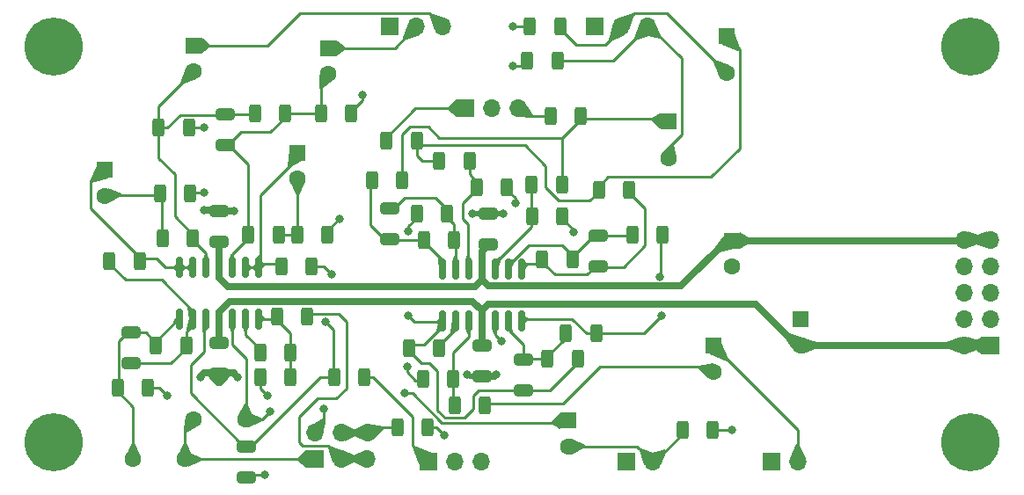
<source format=gtl>
G04 #@! TF.GenerationSoftware,KiCad,Pcbnew,8.0.4*
G04 #@! TF.CreationDate,2024-08-16T09:26:53+02:00*
G04 #@! TF.ProjectId,Purrtico_TLA,50757272-7469-4636-9f5f-544c412e6b69,01*
G04 #@! TF.SameCoordinates,Original*
G04 #@! TF.FileFunction,Copper,L1,Top*
G04 #@! TF.FilePolarity,Positive*
%FSLAX46Y46*%
G04 Gerber Fmt 4.6, Leading zero omitted, Abs format (unit mm)*
G04 Created by KiCad (PCBNEW 8.0.4) date 2024-08-16 09:26:53*
%MOMM*%
%LPD*%
G01*
G04 APERTURE LIST*
G04 Aperture macros list*
%AMRoundRect*
0 Rectangle with rounded corners*
0 $1 Rounding radius*
0 $2 $3 $4 $5 $6 $7 $8 $9 X,Y pos of 4 corners*
0 Add a 4 corners polygon primitive as box body*
4,1,4,$2,$3,$4,$5,$6,$7,$8,$9,$2,$3,0*
0 Add four circle primitives for the rounded corners*
1,1,$1+$1,$2,$3*
1,1,$1+$1,$4,$5*
1,1,$1+$1,$6,$7*
1,1,$1+$1,$8,$9*
0 Add four rect primitives between the rounded corners*
20,1,$1+$1,$2,$3,$4,$5,0*
20,1,$1+$1,$4,$5,$6,$7,0*
20,1,$1+$1,$6,$7,$8,$9,0*
20,1,$1+$1,$8,$9,$2,$3,0*%
G04 Aperture macros list end*
G04 #@! TA.AperFunction,ComponentPad*
%ADD10R,1.700000X1.700000*%
G04 #@! TD*
G04 #@! TA.AperFunction,ComponentPad*
%ADD11O,1.700000X1.700000*%
G04 #@! TD*
G04 #@! TA.AperFunction,SMDPad,CuDef*
%ADD12RoundRect,0.250000X-0.650000X0.325000X-0.650000X-0.325000X0.650000X-0.325000X0.650000X0.325000X0*%
G04 #@! TD*
G04 #@! TA.AperFunction,SMDPad,CuDef*
%ADD13RoundRect,0.250000X0.312500X0.625000X-0.312500X0.625000X-0.312500X-0.625000X0.312500X-0.625000X0*%
G04 #@! TD*
G04 #@! TA.AperFunction,SMDPad,CuDef*
%ADD14RoundRect,0.250000X-0.312500X-0.625000X0.312500X-0.625000X0.312500X0.625000X-0.312500X0.625000X0*%
G04 #@! TD*
G04 #@! TA.AperFunction,ComponentPad*
%ADD15C,1.600000*%
G04 #@! TD*
G04 #@! TA.AperFunction,ComponentPad*
%ADD16C,5.600000*%
G04 #@! TD*
G04 #@! TA.AperFunction,ComponentPad*
%ADD17R,1.600000X1.600000*%
G04 #@! TD*
G04 #@! TA.AperFunction,SMDPad,CuDef*
%ADD18RoundRect,0.150000X-0.150000X0.825000X-0.150000X-0.825000X0.150000X-0.825000X0.150000X0.825000X0*%
G04 #@! TD*
G04 #@! TA.AperFunction,SMDPad,CuDef*
%ADD19RoundRect,0.250000X0.650000X-0.325000X0.650000X0.325000X-0.650000X0.325000X-0.650000X-0.325000X0*%
G04 #@! TD*
G04 #@! TA.AperFunction,ViaPad*
%ADD20C,0.800000*%
G04 #@! TD*
G04 #@! TA.AperFunction,Conductor*
%ADD21C,0.250000*%
G04 #@! TD*
G04 #@! TA.AperFunction,Conductor*
%ADD22C,0.254000*%
G04 #@! TD*
G04 #@! TA.AperFunction,Conductor*
%ADD23C,0.635000*%
G04 #@! TD*
G04 #@! TA.AperFunction,Conductor*
%ADD24C,0.508000*%
G04 #@! TD*
G04 APERTURE END LIST*
D10*
X100838000Y-78740000D03*
D11*
X103378000Y-78740000D03*
X105918000Y-78740000D03*
D12*
X117188500Y-56945000D03*
X117188500Y-59895000D03*
D13*
X91124500Y-56834000D03*
X88199500Y-56834000D03*
D14*
X114075000Y-66359000D03*
X117000000Y-66359000D03*
D13*
X115222000Y-68772000D03*
X112297000Y-68772000D03*
D14*
X70133000Y-59374000D03*
X73058000Y-59374000D03*
D10*
X89956000Y-78446000D03*
D11*
X92456000Y-78446000D03*
X94956000Y-78446000D03*
X89956000Y-75906000D03*
X92456000Y-75946000D03*
X95036000Y-75906000D03*
D10*
X154940000Y-67502000D03*
D11*
X152400000Y-67502000D03*
X154940000Y-64962000D03*
X152400000Y-64962000D03*
X154940000Y-62422000D03*
X152400000Y-62422000D03*
X154940000Y-59882000D03*
X152400000Y-59882000D03*
X154940000Y-57342000D03*
X152400000Y-57342000D03*
D15*
X78232000Y-74676000D03*
X83232000Y-74676000D03*
D12*
X106012500Y-67551000D03*
X106012500Y-70501000D03*
D13*
X78170500Y-57215000D03*
X75245500Y-57215000D03*
D10*
X133858000Y-78740000D03*
D11*
X136398000Y-78740000D03*
D13*
X101887000Y-67756000D03*
X98962000Y-67756000D03*
D12*
X83312000Y-77265000D03*
X83312000Y-80215000D03*
D16*
X64770000Y-38735000D03*
D12*
X106647500Y-54851000D03*
X106647500Y-57801000D03*
D14*
X110591000Y-36830000D03*
X113516000Y-36830000D03*
D16*
X153035000Y-38735000D03*
D14*
X74875000Y-46532000D03*
X77800000Y-46532000D03*
D13*
X104808000Y-49722000D03*
X101883000Y-49722000D03*
D17*
X136652000Y-65024000D03*
D15*
X136652000Y-67524000D03*
D17*
X78210000Y-38658000D03*
D15*
X78210000Y-41158000D03*
D13*
X108396500Y-52262000D03*
X105471500Y-52262000D03*
X100776500Y-75438000D03*
X97851500Y-75438000D03*
D10*
X104394000Y-44704000D03*
D11*
X106934000Y-44704000D03*
X109474000Y-44704000D03*
D13*
X128208500Y-75692000D03*
X125283500Y-75692000D03*
D12*
X80710500Y-67297000D03*
X80710500Y-70247000D03*
D14*
X84643500Y-68214000D03*
X87568500Y-68214000D03*
X110773000Y-52008000D03*
X113698000Y-52008000D03*
X103363500Y-73294000D03*
X106288500Y-73294000D03*
D12*
X80710500Y-54597000D03*
X80710500Y-57547000D03*
D15*
X72430000Y-78486000D03*
X77430000Y-78486000D03*
D12*
X97122500Y-54343000D03*
X97122500Y-57293000D03*
D10*
X116855000Y-36830000D03*
D11*
X119395000Y-36830000D03*
X121935000Y-36830000D03*
D17*
X130048000Y-57429621D03*
D15*
X130048000Y-59929621D03*
D14*
X74991500Y-52897000D03*
X77916500Y-52897000D03*
X74610500Y-67502000D03*
X77535500Y-67502000D03*
D10*
X97155000Y-36830000D03*
D11*
X99695000Y-36830000D03*
X102235000Y-36830000D03*
D14*
X99724000Y-54803000D03*
X102649000Y-54803000D03*
D13*
X94680500Y-70612000D03*
X91755500Y-70612000D03*
D18*
X109822500Y-60201000D03*
X108552500Y-60201000D03*
X107282500Y-60201000D03*
X106012500Y-60201000D03*
X104742500Y-60201000D03*
X103472500Y-60201000D03*
X102202500Y-60201000D03*
X102202500Y-65151000D03*
X103472500Y-65151000D03*
X104742500Y-65151000D03*
X106012500Y-65151000D03*
X107282500Y-65151000D03*
X108552500Y-65151000D03*
X109822500Y-65151000D03*
D13*
X99728000Y-47817000D03*
X96803000Y-47817000D03*
D10*
X119888000Y-78740000D03*
D11*
X122428000Y-78740000D03*
D16*
X64770000Y-76835000D03*
D17*
X123952000Y-45974000D03*
D15*
X123952000Y-49474000D03*
D13*
X114714000Y-59247000D03*
X111789000Y-59247000D03*
X89600500Y-59882000D03*
X86675500Y-59882000D03*
D18*
X84520500Y-60009000D03*
X83250500Y-60009000D03*
X81980500Y-60009000D03*
X80710500Y-60009000D03*
X79440500Y-60009000D03*
X78170500Y-60009000D03*
X76900500Y-60009000D03*
X76900500Y-64959000D03*
X78170500Y-64959000D03*
X79440500Y-64959000D03*
X80710500Y-64959000D03*
X81980500Y-64959000D03*
X83250500Y-64959000D03*
X84520500Y-64959000D03*
D13*
X123382500Y-56896000D03*
X120457500Y-56896000D03*
X120175000Y-52516000D03*
X117250000Y-52516000D03*
D12*
X81280000Y-45261000D03*
X81280000Y-48211000D03*
X72263000Y-66281000D03*
X72263000Y-69231000D03*
D13*
X113759500Y-55056000D03*
X110834500Y-55056000D03*
X86425500Y-56834000D03*
X83500500Y-56834000D03*
D14*
X84643500Y-70612000D03*
X87568500Y-70612000D03*
D17*
X91196500Y-38912000D03*
D15*
X91196500Y-41412000D03*
D17*
X69723000Y-50611000D03*
D15*
X69723000Y-53111000D03*
D17*
X88265000Y-48960000D03*
D15*
X88265000Y-51460000D03*
D13*
X103345500Y-57342000D03*
X100420500Y-57342000D03*
X89209000Y-64770000D03*
X86284000Y-64770000D03*
X93410500Y-45212000D03*
X90485500Y-45212000D03*
D14*
X100315500Y-70754000D03*
X103240500Y-70754000D03*
D17*
X114300000Y-74763621D03*
D15*
X114300000Y-77263621D03*
D17*
X129518000Y-37767349D03*
D15*
X129518000Y-41267349D03*
D16*
X153035000Y-76835000D03*
D14*
X112583500Y-45466000D03*
X115508500Y-45466000D03*
X95428000Y-51627000D03*
X98353000Y-51627000D03*
X110337000Y-40132000D03*
X113262000Y-40132000D03*
D13*
X73852500Y-71628000D03*
X70927500Y-71628000D03*
D14*
X84135500Y-45212000D03*
X87060500Y-45212000D03*
D17*
X128270000Y-67564000D03*
D15*
X128270000Y-70064000D03*
D19*
X109982000Y-71833000D03*
X109982000Y-68883000D03*
D20*
X98900500Y-56530000D03*
X98922500Y-64658000D03*
X109220000Y-53848000D03*
X108944000Y-36830000D03*
X79230991Y-54464447D03*
X79258500Y-46532000D03*
X102362000Y-76200000D03*
X107409500Y-70296000D03*
X105123500Y-54802000D03*
X92268500Y-55310000D03*
X78916000Y-70550000D03*
X94488000Y-43434000D03*
X108944000Y-40640000D03*
X85090000Y-80010000D03*
X82472000Y-70550000D03*
X104615500Y-70296000D03*
X98806000Y-69596000D03*
X108093500Y-54851000D03*
X79248000Y-52832000D03*
X107917500Y-67121000D03*
X82169000Y-54548000D03*
X114808000Y-56642000D03*
X130048000Y-75692000D03*
X123157500Y-60898000D03*
X123306500Y-64658000D03*
X91567000Y-60644000D03*
X90939500Y-65285500D03*
X85598000Y-73914000D03*
X90805000Y-73660000D03*
X75692000Y-72390000D03*
X85344000Y-72390000D03*
X98552000Y-72136000D03*
D21*
X90170000Y-72644000D02*
X91989100Y-72644000D01*
X88392000Y-76832888D02*
X88392000Y-74422000D01*
X88392000Y-74422000D02*
X90170000Y-72644000D01*
X88775112Y-77216000D02*
X88392000Y-76832888D01*
X91989100Y-72644000D02*
X92964000Y-71669100D01*
X91226000Y-77216000D02*
X88775112Y-77216000D01*
X92964000Y-71669100D02*
X92964000Y-71120000D01*
X92456000Y-78446000D02*
X91226000Y-77216000D01*
X95504000Y-75438000D02*
X97851500Y-75438000D01*
X90805000Y-75057000D02*
X90805000Y-73660000D01*
X89956000Y-75906000D02*
X90805000Y-75057000D01*
D22*
X108644500Y-65243000D02*
X108644500Y-66070000D01*
X112297000Y-68555500D02*
X113858500Y-66994000D01*
X108644500Y-66070000D02*
X109982000Y-67407500D01*
X109982000Y-67407500D02*
X109982000Y-68883000D01*
X109998500Y-68772000D02*
X112297000Y-68772000D01*
X121666000Y-57912000D02*
X119618000Y-59960000D01*
X119618000Y-59960000D02*
X117590500Y-59960000D01*
X121666000Y-54321250D02*
X121666000Y-57912000D01*
X112232000Y-59908000D02*
X113030000Y-60706000D01*
X112232000Y-59690000D02*
X112232000Y-59908000D01*
X116082500Y-60706000D02*
X116828500Y-59960000D01*
X110333500Y-59690000D02*
X109822500Y-60201000D01*
X113030000Y-60706000D02*
X116082500Y-60706000D01*
X111682250Y-59690000D02*
X110333500Y-59690000D01*
X120175000Y-52830250D02*
X121666000Y-54321250D01*
D21*
X113370500Y-53594000D02*
X116336500Y-53594000D01*
X116336500Y-53594000D02*
X117250000Y-52680500D01*
X112108500Y-50230000D02*
X112108500Y-52332000D01*
X130788000Y-39037349D02*
X129518000Y-37767349D01*
X118106500Y-51316000D02*
X128008000Y-51316000D01*
X117250000Y-52172500D02*
X118106500Y-51316000D01*
X130788000Y-48536000D02*
X130788000Y-39037349D01*
X128008000Y-51316000D02*
X130788000Y-48536000D01*
X101633000Y-49722000D02*
X100242500Y-49722000D01*
X110138500Y-48260000D02*
X112108500Y-50230000D01*
X99728000Y-49207500D02*
X99728000Y-47817000D01*
X100171000Y-48260000D02*
X110138500Y-48260000D01*
X112108500Y-52332000D02*
X113370500Y-53594000D01*
X99728000Y-47817000D02*
X100171000Y-48260000D01*
X100242500Y-49722000D02*
X99728000Y-49207500D01*
D22*
X115062000Y-38608000D02*
X117856000Y-38608000D01*
X123810651Y-35560000D02*
X120665000Y-35560000D01*
X120665000Y-35560000D02*
X119395000Y-36830000D01*
X129518000Y-41267349D02*
X123810651Y-35560000D01*
X113516000Y-37062000D02*
X115062000Y-38608000D01*
X117856000Y-38608000D02*
X119395000Y-37069000D01*
X103472500Y-60201000D02*
X103472500Y-57469000D01*
X101574500Y-53340000D02*
X98556500Y-53340000D01*
X98556500Y-53340000D02*
X97553500Y-54343000D01*
X103345500Y-55873000D02*
X102649000Y-55176500D01*
X102649000Y-54414500D02*
X101574500Y-53340000D01*
X103345500Y-57342000D02*
X103345500Y-55873000D01*
X100192500Y-69230000D02*
X98962000Y-67999500D01*
X99542500Y-65278000D02*
X102075500Y-65278000D01*
X102172572Y-65710000D02*
X100430572Y-67452000D01*
X98900500Y-56530000D02*
X98900500Y-56044000D01*
X109933000Y-71882000D02*
X105664000Y-71882000D01*
X101716500Y-73776500D02*
X101716500Y-69992000D01*
X101716500Y-69992000D02*
X100954500Y-69230000D01*
X105664000Y-71882000D02*
X105156000Y-72390000D01*
X100430572Y-67452000D02*
X99077500Y-67452000D01*
X105156000Y-72390000D02*
X105156000Y-73660000D01*
X100954500Y-69230000D02*
X100192500Y-69230000D01*
X98922500Y-64658000D02*
X99542500Y-65278000D01*
X98900500Y-56044000D02*
X99724000Y-55220500D01*
X112509750Y-71882000D02*
X110470500Y-71882000D01*
X115222000Y-69169750D02*
X112509750Y-71882000D01*
X102436000Y-74496000D02*
X101716500Y-73776500D01*
X104320000Y-74496000D02*
X102436000Y-74496000D01*
X105156000Y-73660000D02*
X104320000Y-74496000D01*
X102202500Y-60201000D02*
X102202500Y-59302000D01*
X95279000Y-55934500D02*
X95279000Y-51776000D01*
X100420500Y-57342000D02*
X97171500Y-57342000D01*
X96637500Y-57293000D02*
X95279000Y-55934500D01*
X102202500Y-59302000D02*
X100420500Y-57520000D01*
X102141000Y-67277000D02*
X103472500Y-65945500D01*
D21*
X106430500Y-73152000D02*
X113792000Y-73152000D01*
X113792000Y-73152000D02*
X117348000Y-69596000D01*
X117348000Y-69596000D02*
X127802000Y-69596000D01*
D22*
X136398000Y-75692000D02*
X128524000Y-67818000D01*
X136398000Y-78740000D02*
X136398000Y-75692000D01*
X100838000Y-46482000D02*
X99060000Y-46482000D01*
X113761250Y-47528750D02*
X101884750Y-47528750D01*
X101884750Y-47528750D02*
X100838000Y-46482000D01*
X113698000Y-47592000D02*
X113698000Y-52008000D01*
X115508500Y-45781500D02*
X113698000Y-47592000D01*
X99060000Y-46482000D02*
X98353000Y-47189000D01*
X123698000Y-45720000D02*
X115762500Y-45720000D01*
X98353000Y-47189000D02*
X98353000Y-51627000D01*
X118618000Y-40132000D02*
X122047000Y-36703000D01*
X113262000Y-40132000D02*
X118618000Y-40132000D01*
X125222000Y-47244000D02*
X123952000Y-48514000D01*
X125222000Y-39878000D02*
X125222000Y-47244000D01*
X123952000Y-48514000D02*
X123952000Y-49474000D01*
X122047000Y-36703000D02*
X125222000Y-39878000D01*
D23*
X80710500Y-60009000D02*
X80710500Y-57547000D01*
X106652001Y-61815500D02*
X106012500Y-61175999D01*
X106012500Y-61175999D02*
X105368000Y-61820499D01*
X125188561Y-61815500D02*
X106652001Y-61815500D01*
X129574440Y-57429621D02*
X125188561Y-61815500D01*
X105368000Y-61820499D02*
X81547000Y-61820499D01*
X152400000Y-57342000D02*
X154940000Y-57342000D01*
X106012500Y-60201000D02*
X106012500Y-58436000D01*
X154852379Y-57429621D02*
X130048000Y-57429621D01*
X106012500Y-58436000D02*
X106647500Y-57801000D01*
X106012500Y-60201000D02*
X106012500Y-61175999D01*
X80710500Y-60983999D02*
X80710500Y-60009000D01*
X81547000Y-61820499D02*
X80710500Y-60983999D01*
X106012500Y-65151000D02*
X106012500Y-64176001D01*
X105118999Y-63282500D02*
X81733856Y-63282500D01*
X106012500Y-64176001D02*
X105118999Y-63282500D01*
X132370500Y-63536500D02*
X106652001Y-63536500D01*
X136358000Y-67524000D02*
X132370500Y-63536500D01*
X106652001Y-63536500D02*
X106012500Y-64176001D01*
X80710500Y-64959000D02*
X80710500Y-67297000D01*
X80710500Y-64305856D02*
X80710500Y-64959000D01*
X152400000Y-67502000D02*
X136674000Y-67502000D01*
X152400000Y-67502000D02*
X154940000Y-67502000D01*
X81733856Y-63282500D02*
X80710500Y-64305856D01*
X106012500Y-65151000D02*
X106012500Y-67551000D01*
X107409500Y-70296000D02*
X107204500Y-70501000D01*
D24*
X108093500Y-54851000D02*
X106647500Y-54851000D01*
D22*
X107917500Y-67121000D02*
X107282500Y-66486000D01*
D23*
X80645000Y-71058000D02*
X79756000Y-70169000D01*
X79264250Y-70169000D02*
X80755750Y-70169000D01*
X82169000Y-54548000D02*
X82120000Y-54597000D01*
D21*
X94488000Y-43911250D02*
X93410500Y-44988750D01*
D23*
X80645000Y-71058000D02*
X80772000Y-71058000D01*
D22*
X85090000Y-80010000D02*
X84025000Y-80010000D01*
D24*
X104820500Y-70501000D02*
X106012500Y-70501000D01*
D22*
X102362000Y-76200000D02*
X101600000Y-75438000D01*
X99587000Y-70885000D02*
X100095000Y-70885000D01*
X130048000Y-75692000D02*
X128208500Y-75692000D01*
D23*
X82136250Y-70169000D02*
X81185750Y-70169000D01*
D24*
X105123500Y-54802000D02*
X105377500Y-54802000D01*
D23*
X107204500Y-70501000D02*
X106012500Y-70501000D01*
D22*
X98806000Y-70104000D02*
X99587000Y-70885000D01*
X108944000Y-40640000D02*
X109829000Y-40640000D01*
X92268500Y-55310000D02*
X92266250Y-55310000D01*
D23*
X79219000Y-70247000D02*
X78916000Y-70550000D01*
X80772000Y-71058000D02*
X81661000Y-70169000D01*
D22*
X92266250Y-55310000D02*
X91124500Y-56451750D01*
X114808000Y-56642000D02*
X114808000Y-56373250D01*
X101600000Y-75438000D02*
X100776500Y-75438000D01*
D23*
X82120000Y-54597000D02*
X80710500Y-54597000D01*
D22*
X114808000Y-56373250D02*
X113759500Y-55324750D01*
D21*
X109220000Y-53848000D02*
X109220000Y-53340000D01*
X79258500Y-46532000D02*
X77800000Y-46532000D01*
X109220000Y-53340000D02*
X108396500Y-52516500D01*
D23*
X82472000Y-70550000D02*
X82169000Y-70247000D01*
D22*
X79248000Y-52832000D02*
X77981500Y-52832000D01*
D24*
X104615500Y-70296000D02*
X104820500Y-70501000D01*
X105377500Y-54802000D02*
X105426500Y-54851000D01*
D22*
X98806000Y-69596000D02*
X98806000Y-70104000D01*
D23*
X79230991Y-54464447D02*
X80577947Y-54464447D01*
D24*
X105426500Y-54851000D02*
X106647500Y-54851000D01*
D22*
X108944000Y-36830000D02*
X110591000Y-36830000D01*
X107282500Y-66486000D02*
X107282500Y-65151000D01*
D21*
X94488000Y-43434000D02*
X94488000Y-43911250D01*
D22*
X109829000Y-40640000D02*
X110337000Y-40132000D01*
X114697250Y-64962000D02*
X110011500Y-64962000D01*
X117000000Y-66359000D02*
X116094250Y-66359000D01*
X116094250Y-66359000D02*
X114697250Y-64962000D01*
X110011500Y-64962000D02*
X109822500Y-65151000D01*
X121605500Y-66359000D02*
X117000000Y-66359000D01*
X123190000Y-60865500D02*
X123190000Y-57088500D01*
X123306500Y-64658000D02*
X121605500Y-66359000D01*
X123157500Y-60898000D02*
X123190000Y-60865500D01*
X110759000Y-45466000D02*
X109997000Y-44704000D01*
X112583500Y-45466000D02*
X110759000Y-45466000D01*
X110773000Y-56105000D02*
X110773000Y-55735501D01*
X110773000Y-54802000D02*
X110773000Y-52262000D01*
X107282500Y-59595500D02*
X110773000Y-56105000D01*
X120155000Y-56945000D02*
X117188500Y-56945000D01*
X110519764Y-57850000D02*
X108552500Y-59817264D01*
X114841000Y-58880500D02*
X116711500Y-57010000D01*
X113704500Y-57850000D02*
X110519764Y-57850000D01*
X114714000Y-58859500D02*
X113704500Y-57850000D01*
X96803000Y-47516000D02*
X99615000Y-44704000D01*
X99615000Y-44704000D02*
X104394000Y-44704000D01*
X71036000Y-67140000D02*
X71895000Y-66281000D01*
X71036000Y-72052000D02*
X71036000Y-67140000D01*
X72430000Y-73446000D02*
X71036000Y-72052000D01*
X74610500Y-67244500D02*
X73647000Y-66281000D01*
X72430000Y-78486000D02*
X72430000Y-73446000D01*
X73647000Y-66281000D02*
X72263000Y-66281000D01*
X76773000Y-64959000D02*
X74610500Y-67121500D01*
X78170500Y-64219251D02*
X75165249Y-61214000D01*
X71714250Y-61214000D02*
X70133000Y-59632750D01*
X77535500Y-66233000D02*
X77535500Y-67502000D01*
X78170500Y-65598000D02*
X77535500Y-66233000D01*
X77535500Y-67757000D02*
X76061500Y-69231000D01*
X76061500Y-69231000D02*
X72263000Y-69231000D01*
X75165249Y-61214000D02*
X71714250Y-61214000D01*
X88199500Y-56834000D02*
X86425500Y-56834000D01*
X88265000Y-51460000D02*
X88265000Y-56768500D01*
X120951621Y-77263621D02*
X114300000Y-77263621D01*
X125283500Y-76042250D02*
X122778250Y-78547500D01*
X122428000Y-78740000D02*
X120951621Y-77263621D01*
X97613000Y-38912000D02*
X99695000Y-36830000D01*
X91196500Y-38912000D02*
X97613000Y-38912000D01*
X79248000Y-65151500D02*
X79248000Y-68137000D01*
X90424000Y-70612000D02*
X86833000Y-74203000D01*
X91755500Y-70612000D02*
X90424000Y-70612000D01*
X77978000Y-69407000D02*
X77978000Y-72136000D01*
X77978000Y-72136000D02*
X82996000Y-77154000D01*
X86833000Y-74215134D02*
X83783134Y-77265000D01*
X91567000Y-60644000D02*
X90805000Y-59882000D01*
X91694000Y-66040000D02*
X91694000Y-71058500D01*
X90939500Y-65285500D02*
X91694000Y-66040000D01*
X79248000Y-68137000D02*
X77978000Y-69407000D01*
X79440500Y-64959000D02*
X79248000Y-65151500D01*
X90805000Y-59882000D02*
X89600500Y-59882000D01*
X86833000Y-74203000D02*
X86833000Y-74215134D01*
X68326000Y-54356000D02*
X73058000Y-59088000D01*
X68326000Y-51816000D02*
X68326000Y-54356000D01*
X76900500Y-60009000D02*
X75503000Y-60009000D01*
X78170500Y-60009000D02*
X76900500Y-60009000D01*
X74676000Y-59182000D02*
X73250000Y-59182000D01*
X75503000Y-60009000D02*
X74676000Y-59182000D01*
X69531000Y-50611000D02*
X68326000Y-51816000D01*
X69810000Y-53024000D02*
X74737500Y-53024000D01*
X75184000Y-56772500D02*
X75184000Y-53216500D01*
X85354500Y-38658000D02*
X78210000Y-38658000D01*
X88452500Y-35560000D02*
X85354500Y-38658000D01*
X100965000Y-35560000D02*
X88452500Y-35560000D01*
X102235000Y-36830000D02*
X100965000Y-35560000D01*
X101092000Y-78486000D02*
X101092000Y-77978000D01*
X99314000Y-77216000D02*
X99314000Y-74411018D01*
X100838000Y-78740000D02*
X99314000Y-77216000D01*
X95514982Y-70612000D02*
X94680500Y-70612000D01*
X99314000Y-74411018D02*
X95514982Y-70612000D01*
X83250500Y-66486500D02*
X83250500Y-64959000D01*
X84643500Y-67879500D02*
X83250500Y-66486500D01*
X85598000Y-73914000D02*
X84836000Y-74676000D01*
X81980500Y-67448928D02*
X81980500Y-64959000D01*
X83312000Y-68780428D02*
X81980500Y-67448928D01*
X83312000Y-74596000D02*
X83312000Y-68780428D01*
X84836000Y-74676000D02*
X83232000Y-74676000D01*
X84709000Y-59566500D02*
X84836000Y-59693500D01*
X88265000Y-49468000D02*
X84709000Y-53024000D01*
X84836000Y-59693500D02*
X84520500Y-60009000D01*
X84709000Y-53024000D02*
X84709000Y-59566500D01*
X83250500Y-60009000D02*
X84520500Y-60009000D01*
X86487000Y-59693500D02*
X84836000Y-59693500D01*
X83500500Y-50099500D02*
X81612000Y-48211000D01*
D21*
X85646125Y-46990000D02*
X82804000Y-46990000D01*
X90485500Y-45212000D02*
X87122000Y-45212000D01*
D22*
X90485500Y-42610500D02*
X90485500Y-45212000D01*
D21*
X82804000Y-46990000D02*
X81534000Y-48260000D01*
D22*
X81980500Y-60009000D02*
X81980500Y-58740000D01*
X81980500Y-58740000D02*
X83500500Y-57220000D01*
X91196500Y-41899500D02*
X90485500Y-42610500D01*
D21*
X87060500Y-45575625D02*
X85646125Y-46990000D01*
D22*
X83500500Y-56834000D02*
X83500500Y-50099500D01*
D21*
X76942000Y-45332000D02*
X81209000Y-45332000D01*
D22*
X78170500Y-57405750D02*
X79440500Y-58675750D01*
D21*
X74875000Y-44493000D02*
X74875000Y-46532000D01*
D22*
X74875000Y-46532000D02*
X74875000Y-49475000D01*
X74875000Y-49475000D02*
X76454000Y-51054000D01*
D21*
X74875000Y-46532000D02*
X75742000Y-46532000D01*
D22*
X76454000Y-55118000D02*
X78170500Y-56834500D01*
X76454000Y-51054000D02*
X76454000Y-55118000D01*
D21*
X75742000Y-46532000D02*
X76942000Y-45332000D01*
D22*
X79440500Y-58675750D02*
X79440500Y-60009000D01*
D21*
X78210000Y-41158000D02*
X74875000Y-44493000D01*
X81280000Y-45261000D02*
X84086500Y-45261000D01*
D22*
X104742500Y-66707500D02*
X104742500Y-65151000D01*
X103240500Y-70754000D02*
X103240500Y-68209500D01*
X103240500Y-73232500D02*
X103240500Y-71385000D01*
X103240500Y-68209500D02*
X104742500Y-66707500D01*
X104140000Y-53850250D02*
X104140000Y-55372000D01*
X105693000Y-51939250D02*
X104808000Y-51054250D01*
X104808000Y-51054250D02*
X104808000Y-49722000D01*
X105436750Y-52553500D02*
X104140000Y-53850250D01*
X104648000Y-55880000D02*
X104648000Y-60106500D01*
X104140000Y-55372000D02*
X104648000Y-55880000D01*
X77430000Y-78486000D02*
X77430000Y-75478000D01*
X77430000Y-75478000D02*
X78232000Y-74676000D01*
X92202000Y-64516000D02*
X89463000Y-64516000D01*
X92964000Y-65278000D02*
X92202000Y-64516000D01*
X92964000Y-71120000D02*
X92964000Y-65278000D01*
X114113621Y-74950000D02*
X102128000Y-74950000D01*
X84643500Y-71689500D02*
X85344000Y-72390000D01*
X84643500Y-70612000D02*
X84643500Y-71689500D01*
X73852500Y-71628000D02*
X74930000Y-71628000D01*
X74930000Y-71628000D02*
X75692000Y-72390000D01*
X99314000Y-72136000D02*
X98552000Y-72136000D01*
X102128000Y-74950000D02*
X99314000Y-72136000D01*
X87568500Y-66359500D02*
X86284000Y-65075000D01*
X87568500Y-70612000D02*
X87568500Y-68214000D01*
X87568500Y-68214000D02*
X87568500Y-66359500D01*
X86095000Y-64959000D02*
X84520500Y-64959000D01*
X77430000Y-78486000D02*
X89916000Y-78486000D01*
D21*
X94956000Y-78446000D02*
X92456000Y-78446000D01*
X92456000Y-75946000D02*
X94996000Y-75946000D01*
G04 #@! TA.AperFunction,Conductor*
G36*
X91349251Y-77157968D02*
G01*
X91831027Y-77327102D01*
X92769629Y-77656611D01*
X92776300Y-77662584D01*
X92776792Y-77671526D01*
X92776567Y-77672116D01*
X92458562Y-78442214D01*
X92452237Y-78448553D01*
X92452214Y-78448562D01*
X91682116Y-78766567D01*
X91673161Y-78766558D01*
X91666836Y-78760219D01*
X91666611Y-78759629D01*
X91556755Y-78446707D01*
X91280818Y-77660702D01*
X91167968Y-77339251D01*
X91168460Y-77330309D01*
X91170731Y-77327105D01*
X91337103Y-77160733D01*
X91345375Y-77157307D01*
X91349251Y-77157968D01*
G37*
G04 #@! TD.AperFunction*
G04 #@! TA.AperFunction,Conductor*
G36*
X95049606Y-75058270D02*
G01*
X96566163Y-75311369D01*
X96573758Y-75316110D01*
X96575936Y-75322908D01*
X96575936Y-75558171D01*
X96572532Y-75566422D01*
X95645306Y-76498729D01*
X95637042Y-76502178D01*
X95628761Y-76498774D01*
X95038438Y-75909432D01*
X95035005Y-75901165D01*
X95035983Y-75069795D01*
X95039420Y-75061528D01*
X95047697Y-75058111D01*
X95049606Y-75058270D01*
G37*
G04 #@! TD.AperFunction*
G04 #@! TA.AperFunction,Conductor*
G36*
X90925448Y-74561093D02*
G01*
X90928875Y-74569366D01*
X90928826Y-74570426D01*
X90877321Y-75130481D01*
X90806976Y-75895383D01*
X90802806Y-75903308D01*
X90795339Y-75906012D01*
X89963831Y-75906990D01*
X89955554Y-75903573D01*
X89953006Y-75899763D01*
X89634764Y-75130481D01*
X89634768Y-75121526D01*
X89640041Y-75115699D01*
X90658196Y-74569366D01*
X90677410Y-74559056D01*
X90682942Y-74557666D01*
X90917175Y-74557666D01*
X90925448Y-74561093D01*
G37*
G04 #@! TD.AperFunction*
G04 #@! TA.AperFunction,Conductor*
G36*
X108849480Y-65111941D02*
G01*
X108854024Y-65119657D01*
X108854038Y-65119759D01*
X109001682Y-66242609D01*
X108999363Y-66251258D01*
X108998355Y-66252407D01*
X108831297Y-66419465D01*
X108823024Y-66422892D01*
X108814751Y-66419465D01*
X108814560Y-66419270D01*
X108537972Y-66129476D01*
X108534738Y-66121193D01*
X108551617Y-65160282D01*
X108555188Y-65152072D01*
X108561687Y-65148903D01*
X108840812Y-65109698D01*
X108849480Y-65111941D01*
G37*
G04 #@! TD.AperFunction*
G04 #@! TA.AperFunction,Conductor*
G36*
X110327730Y-59560064D02*
G01*
X110334148Y-59566309D01*
X110335101Y-59570934D01*
X110335101Y-59814649D01*
X110334193Y-59819168D01*
X110126989Y-60313992D01*
X110120633Y-60320300D01*
X110111749Y-60320295D01*
X109832373Y-60205468D01*
X109826024Y-60199153D01*
X109825999Y-60190198D01*
X109826020Y-60190147D01*
X110118072Y-59488962D01*
X110124416Y-59482645D01*
X110133199Y-59482593D01*
X110327730Y-59560064D01*
G37*
G04 #@! TD.AperFunction*
G04 #@! TA.AperFunction,Conductor*
G36*
X130315664Y-37463153D02*
G01*
X130321833Y-37469644D01*
X130321963Y-37470001D01*
X130704450Y-38571876D01*
X130907607Y-39157132D01*
X130907083Y-39166072D01*
X130900391Y-39172022D01*
X130896554Y-39172669D01*
X130665271Y-39172669D01*
X130660892Y-39171818D01*
X130374492Y-39056209D01*
X129174637Y-38571875D01*
X129168249Y-38565602D01*
X129168168Y-38556648D01*
X129168299Y-38556335D01*
X129516034Y-37770788D01*
X129522516Y-37764611D01*
X130306713Y-37462925D01*
X130315664Y-37463153D01*
G37*
G04 #@! TD.AperFunction*
G04 #@! TA.AperFunction,Conductor*
G36*
X120509270Y-35541047D02*
G01*
X120512490Y-35543327D01*
X120681672Y-35712509D01*
X120685099Y-35720782D01*
X120684434Y-35724671D01*
X120184397Y-37143647D01*
X120178415Y-37150311D01*
X120169473Y-37150793D01*
X120168896Y-37150572D01*
X119398785Y-36832562D01*
X119392447Y-36826238D01*
X119074427Y-36056103D01*
X119074436Y-36047148D01*
X119080775Y-36040823D01*
X119081331Y-36040609D01*
X120500329Y-35540565D01*
X120509270Y-35541047D01*
G37*
G04 #@! TD.AperFunction*
G04 #@! TA.AperFunction,Conductor*
G36*
X128483408Y-40048672D02*
G01*
X129812588Y-40524110D01*
X129819223Y-40530123D01*
X129819663Y-40539067D01*
X129819462Y-40539591D01*
X129520562Y-41263561D01*
X129514237Y-41269900D01*
X129514212Y-41269911D01*
X128790242Y-41568811D01*
X128781287Y-41568800D01*
X128774962Y-41562461D01*
X128774761Y-41561937D01*
X128670305Y-41269911D01*
X128299323Y-40232757D01*
X128299763Y-40223813D01*
X128302063Y-40220546D01*
X128471195Y-40051414D01*
X128479467Y-40047988D01*
X128483408Y-40048672D01*
G37*
G04 #@! TD.AperFunction*
G04 #@! TA.AperFunction,Conductor*
G36*
X118622381Y-36509954D02*
G01*
X119391215Y-36827438D01*
X119397552Y-36833761D01*
X119397562Y-36833785D01*
X119716007Y-37604948D01*
X119715998Y-37613903D01*
X119710129Y-37620022D01*
X118433411Y-38214160D01*
X118424465Y-38214543D01*
X118420202Y-38211825D01*
X118251003Y-38042626D01*
X118247576Y-38034353D01*
X118247890Y-38031659D01*
X118606538Y-36518071D01*
X118611779Y-36510813D01*
X118620620Y-36509386D01*
X118622381Y-36509954D01*
G37*
G04 #@! TD.AperFunction*
G04 #@! TA.AperFunction,Conductor*
G36*
X103599937Y-58929427D02*
G01*
X103602483Y-58933247D01*
X103759440Y-59314608D01*
X103759743Y-59322694D01*
X103483622Y-60167953D01*
X103477795Y-60174753D01*
X103468867Y-60175442D01*
X103462067Y-60169615D01*
X103461378Y-60167953D01*
X103185256Y-59322694D01*
X103185558Y-59314610D01*
X103342517Y-58933246D01*
X103348834Y-58926901D01*
X103353336Y-58926000D01*
X103591664Y-58926000D01*
X103599937Y-58929427D01*
G37*
G04 #@! TD.AperFunction*
G04 #@! TA.AperFunction,Conductor*
G36*
X101909862Y-64913924D02*
G01*
X102194365Y-65143625D01*
X102198649Y-65151488D01*
X102196118Y-65160078D01*
X102196093Y-65160109D01*
X101907868Y-65514626D01*
X101899990Y-65518883D01*
X101894563Y-65518155D01*
X101609973Y-65407895D01*
X101603497Y-65401711D01*
X101602500Y-65396985D01*
X101602500Y-65156579D01*
X101605927Y-65148306D01*
X101606835Y-65147488D01*
X101611604Y-65143625D01*
X101895147Y-64913935D01*
X101903733Y-64911391D01*
X101909862Y-64913924D01*
G37*
G04 #@! TD.AperFunction*
G04 #@! TA.AperFunction,Conductor*
G36*
X102019236Y-65108475D02*
G01*
X102192626Y-65147888D01*
X102199934Y-65153063D01*
X102201605Y-65161024D01*
X102058451Y-66120330D01*
X102053840Y-66128007D01*
X102052605Y-66128806D01*
X101788577Y-66276991D01*
X101779686Y-66278052D01*
X101774578Y-66275061D01*
X101606160Y-66106643D01*
X101602733Y-66098370D01*
X101603212Y-66095055D01*
X101881490Y-65153063D01*
X101899390Y-65092467D01*
X101905021Y-65085505D01*
X101913204Y-65084374D01*
X102019236Y-65108475D01*
G37*
G04 #@! TD.AperFunction*
G04 #@! TA.AperFunction,Conductor*
G36*
X102011977Y-58932805D02*
G01*
X102012418Y-58933271D01*
X102271374Y-59222296D01*
X102274342Y-59230744D01*
X102274329Y-59230958D01*
X102203918Y-60191995D01*
X102199896Y-60199996D01*
X102193527Y-60202770D01*
X101914612Y-60233420D01*
X101906014Y-60230917D01*
X101901704Y-60223068D01*
X101901662Y-60222594D01*
X101824932Y-59108982D01*
X101827782Y-59100493D01*
X101828316Y-59099920D01*
X101995432Y-58932804D01*
X102003704Y-58929378D01*
X102011977Y-58932805D01*
G37*
G04 #@! TD.AperFunction*
G04 #@! TA.AperFunction,Conductor*
G36*
X103463222Y-65148771D02*
G01*
X103470884Y-65153405D01*
X103473159Y-65160392D01*
X103468679Y-66121220D01*
X103465293Y-66129397D01*
X103183003Y-66414518D01*
X103174747Y-66417986D01*
X103166457Y-66414600D01*
X102999328Y-66247471D01*
X102995901Y-66239198D01*
X102996039Y-66237404D01*
X103170705Y-65115985D01*
X103175365Y-65108339D01*
X103184029Y-65106221D01*
X103463222Y-65148771D01*
G37*
G04 #@! TD.AperFunction*
G04 #@! TA.AperFunction,Conductor*
G36*
X128265319Y-69268139D02*
G01*
X128269895Y-69275836D01*
X128270016Y-69277496D01*
X128270993Y-70059139D01*
X128267576Y-70067417D01*
X128267559Y-70067434D01*
X127712793Y-70621221D01*
X127704517Y-70624641D01*
X127696247Y-70621207D01*
X127696054Y-70621009D01*
X126842270Y-69724388D01*
X126839043Y-69716320D01*
X126839043Y-69481128D01*
X126842470Y-69472855D01*
X126849065Y-69469550D01*
X128256642Y-69265932D01*
X128265319Y-69268139D01*
G37*
G04 #@! TD.AperFunction*
G04 #@! TA.AperFunction,Conductor*
G36*
X129068092Y-67237124D02*
G01*
X129074417Y-67243463D01*
X129074437Y-67243511D01*
X129722552Y-68832686D01*
X129722503Y-68841640D01*
X129719991Y-68845377D01*
X129551377Y-69013991D01*
X129543104Y-69017418D01*
X129538686Y-69016552D01*
X127949511Y-68368437D01*
X127943144Y-68362139D01*
X127943095Y-68353187D01*
X128267438Y-67567783D01*
X128273759Y-67561448D01*
X129059139Y-67237115D01*
X129068092Y-67237124D01*
G37*
G04 #@! TD.AperFunction*
G04 #@! TA.AperFunction,Conductor*
G36*
X136525903Y-77043427D02*
G01*
X136528183Y-77046647D01*
X137177970Y-78403593D01*
X137178452Y-78412535D01*
X137172470Y-78419199D01*
X137171906Y-78419451D01*
X136402489Y-78739134D01*
X136393534Y-78739143D01*
X136393511Y-78739134D01*
X135624093Y-78419451D01*
X135617768Y-78413112D01*
X135617777Y-78404157D01*
X135618017Y-78403617D01*
X136267817Y-77046646D01*
X136274481Y-77040665D01*
X136278370Y-77040000D01*
X136517630Y-77040000D01*
X136525903Y-77043427D01*
G37*
G04 #@! TD.AperFunction*
G04 #@! TA.AperFunction,Conductor*
G36*
X123158081Y-45180074D02*
G01*
X123944031Y-45965042D01*
X123947463Y-45973313D01*
X123944041Y-45981588D01*
X123943354Y-45982223D01*
X123160274Y-46649871D01*
X123151755Y-46652631D01*
X123144359Y-46649190D01*
X122355376Y-45850417D01*
X122352000Y-45842195D01*
X122352000Y-45600079D01*
X122355427Y-45591806D01*
X122358272Y-45589715D01*
X123144385Y-45177987D01*
X123153303Y-45177185D01*
X123158081Y-45180074D01*
G37*
G04 #@! TD.AperFunction*
G04 #@! TA.AperFunction,Conductor*
G36*
X121161034Y-36509398D02*
G01*
X121931215Y-36827438D01*
X121937552Y-36833761D01*
X121937562Y-36833785D01*
X122255540Y-37603818D01*
X122255531Y-37612773D01*
X122249192Y-37619098D01*
X122248539Y-37619345D01*
X120823627Y-38110508D01*
X120814689Y-38109965D01*
X120811541Y-38107720D01*
X120642352Y-37938531D01*
X120638925Y-37930258D01*
X120639611Y-37926309D01*
X121145560Y-36516261D01*
X121151579Y-36509633D01*
X121160523Y-36509201D01*
X121161034Y-36509398D01*
G37*
G04 #@! TD.AperFunction*
G04 #@! TA.AperFunction,Conductor*
G36*
X124323017Y-47979922D02*
G01*
X124323055Y-47979960D01*
X124491822Y-48148727D01*
X124495033Y-48154763D01*
X124749287Y-49460075D01*
X124747505Y-49468851D01*
X124740040Y-49473796D01*
X124737813Y-49474012D01*
X123956153Y-49474702D01*
X123947877Y-49471282D01*
X123947860Y-49471265D01*
X123394531Y-48916552D01*
X123391114Y-48908274D01*
X123394503Y-48900054D01*
X124306472Y-47979995D01*
X124314730Y-47976533D01*
X124323017Y-47979922D01*
G37*
G04 #@! TD.AperFunction*
G04 #@! TA.AperFunction,Conductor*
G36*
X122718903Y-36509001D02*
G01*
X122725022Y-36514870D01*
X123319160Y-37791588D01*
X123319543Y-37800534D01*
X123316825Y-37804797D01*
X123147626Y-37973996D01*
X123139353Y-37977423D01*
X123136655Y-37977108D01*
X121623073Y-37618462D01*
X121615813Y-37613220D01*
X121614386Y-37604379D01*
X121614953Y-37602621D01*
X121932438Y-36833783D01*
X121938759Y-36827448D01*
X122709950Y-36508992D01*
X122718903Y-36509001D01*
G37*
G04 #@! TD.AperFunction*
G04 #@! TA.AperFunction,Conductor*
G36*
X129257060Y-57001363D02*
G01*
X130044429Y-57426604D01*
X130050080Y-57433551D01*
X130050087Y-57433577D01*
X130282288Y-58217682D01*
X130281352Y-58226587D01*
X130274392Y-58232222D01*
X130273688Y-58232407D01*
X128913132Y-58544802D01*
X128904302Y-58543314D01*
X128902241Y-58541672D01*
X128464834Y-58104265D01*
X128461407Y-58095992D01*
X128463601Y-58089170D01*
X129241995Y-57004834D01*
X129249604Y-57000113D01*
X129257060Y-57001363D01*
G37*
G04 #@! TD.AperFunction*
G04 #@! TA.AperFunction,Conductor*
G36*
X153481182Y-56813924D02*
G01*
X154092069Y-57021801D01*
X154098797Y-57027710D01*
X154100000Y-57032877D01*
X154100000Y-57651122D01*
X154096573Y-57659395D01*
X154092069Y-57662198D01*
X152735651Y-58123768D01*
X152726715Y-58123189D01*
X152721077Y-58117181D01*
X152400864Y-57346488D01*
X152400856Y-57337534D01*
X152400865Y-57337511D01*
X152721078Y-56566816D01*
X152727416Y-56560493D01*
X152735651Y-56560231D01*
X153481182Y-56813924D01*
G37*
G04 #@! TD.AperFunction*
G04 #@! TA.AperFunction,Conductor*
G36*
X154613284Y-56560810D02*
G01*
X154618922Y-56566818D01*
X154939134Y-57337511D01*
X154939143Y-57346466D01*
X154939134Y-57346489D01*
X154618922Y-58117181D01*
X154612583Y-58123506D01*
X154604348Y-58123768D01*
X153247931Y-57662198D01*
X153241203Y-57656289D01*
X153240000Y-57651122D01*
X153240000Y-57032877D01*
X153243427Y-57024604D01*
X153247930Y-57021801D01*
X154604348Y-56560231D01*
X154613284Y-56560810D01*
G37*
G04 #@! TD.AperFunction*
G04 #@! TA.AperFunction,Conductor*
G36*
X152415352Y-57127783D02*
G01*
X152417429Y-57134438D01*
X152417429Y-57734199D01*
X152414002Y-57742472D01*
X152405729Y-57745899D01*
X152404571Y-57745842D01*
X151646390Y-57670432D01*
X151638497Y-57666203D01*
X151635905Y-57657631D01*
X151640134Y-57649738D01*
X151640868Y-57649184D01*
X152399074Y-57124814D01*
X152407828Y-57122928D01*
X152415352Y-57127783D01*
G37*
G04 #@! TD.AperFunction*
G04 #@! TA.AperFunction,Conductor*
G36*
X154612903Y-56561147D02*
G01*
X154619184Y-56567448D01*
X154939134Y-57337511D01*
X154939143Y-57346466D01*
X154939134Y-57346489D01*
X154618696Y-58117724D01*
X154612357Y-58124049D01*
X154604735Y-58124501D01*
X153265973Y-57749514D01*
X153258931Y-57743983D01*
X153257429Y-57738248D01*
X153257429Y-57119974D01*
X153260856Y-57111701D01*
X153264696Y-57109147D01*
X154603949Y-56561109D01*
X154612903Y-56561147D01*
G37*
G04 #@! TD.AperFunction*
G04 #@! TA.AperFunction,Conductor*
G36*
X130855835Y-56634347D02*
G01*
X131642343Y-57108709D01*
X131647657Y-57115916D01*
X131648000Y-57118728D01*
X131648000Y-57740513D01*
X131644573Y-57748786D01*
X131642343Y-57750532D01*
X130855835Y-58224894D01*
X130846980Y-58226232D01*
X130841524Y-58223153D01*
X130364897Y-57747121D01*
X130055287Y-57437898D01*
X130051856Y-57429628D01*
X130055278Y-57421353D01*
X130055288Y-57421343D01*
X130841525Y-56636087D01*
X130849799Y-56632666D01*
X130855835Y-56634347D01*
G37*
G04 #@! TD.AperFunction*
G04 #@! TA.AperFunction,Conductor*
G36*
X135634224Y-66346631D02*
G01*
X136946212Y-66780945D01*
X136952988Y-66786797D01*
X136953641Y-66795728D01*
X136953349Y-66796516D01*
X136653600Y-67522543D01*
X136651048Y-67526361D01*
X136096173Y-68079851D01*
X136087895Y-68083268D01*
X136079627Y-68079831D01*
X136078327Y-68078280D01*
X135690597Y-67524707D01*
X135183995Y-66801416D01*
X135182056Y-66792676D01*
X135185304Y-66786435D01*
X135622275Y-66349464D01*
X135630547Y-66346038D01*
X135634224Y-66346631D01*
G37*
G04 #@! TD.AperFunction*
G04 #@! TA.AperFunction,Conductor*
G36*
X137383084Y-66916582D02*
G01*
X138239387Y-67181947D01*
X138246275Y-67187670D01*
X138247624Y-67193123D01*
X138247624Y-67811151D01*
X138244197Y-67819424D01*
X138239730Y-67822215D01*
X136968539Y-68259528D01*
X136959601Y-68258978D01*
X136953929Y-68252954D01*
X136774928Y-67822215D01*
X136652864Y-67528487D01*
X136652854Y-67519538D01*
X136954058Y-66794734D01*
X136960396Y-66788411D01*
X136968324Y-66788050D01*
X137383084Y-66916582D01*
G37*
G04 #@! TD.AperFunction*
G04 #@! TA.AperFunction,Conductor*
G36*
X152073284Y-66720810D02*
G01*
X152078922Y-66726818D01*
X152399134Y-67497511D01*
X152399143Y-67506466D01*
X152399134Y-67506489D01*
X152078922Y-68277181D01*
X152072583Y-68283506D01*
X152064348Y-68283768D01*
X150707931Y-67822198D01*
X150701203Y-67816289D01*
X150700000Y-67811122D01*
X150700000Y-67192877D01*
X150703427Y-67184604D01*
X150707930Y-67181801D01*
X152064348Y-66720231D01*
X152073284Y-66720810D01*
G37*
G04 #@! TD.AperFunction*
G04 #@! TA.AperFunction,Conductor*
G36*
X153481182Y-66973924D02*
G01*
X154092069Y-67181801D01*
X154098797Y-67187710D01*
X154100000Y-67192877D01*
X154100000Y-67811122D01*
X154096573Y-67819395D01*
X154092069Y-67822198D01*
X152735651Y-68283768D01*
X152726715Y-68283189D01*
X152721077Y-68277181D01*
X152400864Y-67506488D01*
X152400856Y-67497534D01*
X152400865Y-67497511D01*
X152721078Y-66726816D01*
X152727416Y-66720493D01*
X152735651Y-66720231D01*
X153481182Y-66973924D01*
G37*
G04 #@! TD.AperFunction*
G04 #@! TA.AperFunction,Conductor*
G36*
X154096588Y-66658580D02*
G01*
X154932712Y-67493722D01*
X154936144Y-67501993D01*
X154932722Y-67510268D01*
X154932712Y-67510278D01*
X154096588Y-68345419D01*
X154088313Y-68348841D01*
X154082109Y-68347056D01*
X153245489Y-67822938D01*
X153240297Y-67815642D01*
X153240000Y-67813023D01*
X153240000Y-67190976D01*
X153243427Y-67182703D01*
X153245489Y-67181061D01*
X154082110Y-66656942D01*
X154090939Y-66655455D01*
X154096588Y-66658580D01*
G37*
G04 #@! TD.AperFunction*
G04 #@! TA.AperFunction,Conductor*
G36*
X107292933Y-65182384D02*
G01*
X107293622Y-65184046D01*
X107569743Y-66029305D01*
X107569440Y-66037391D01*
X107412483Y-66418753D01*
X107406166Y-66425099D01*
X107401664Y-66426000D01*
X107163336Y-66426000D01*
X107155063Y-66422573D01*
X107152517Y-66418753D01*
X106995559Y-66037391D01*
X106995256Y-66029306D01*
X107271378Y-65184045D01*
X107277205Y-65177246D01*
X107286133Y-65176557D01*
X107292933Y-65182384D01*
G37*
G04 #@! TD.AperFunction*
G04 #@! TA.AperFunction,Conductor*
G36*
X110130455Y-64744327D02*
G01*
X110144115Y-64748568D01*
X110414269Y-64832444D01*
X110421154Y-64838170D01*
X110422500Y-64843618D01*
X110422500Y-65083938D01*
X110419073Y-65092211D01*
X110418811Y-65092465D01*
X110129573Y-65364182D01*
X110121197Y-65367349D01*
X110114662Y-65365103D01*
X109830981Y-65157924D01*
X109826321Y-65150278D01*
X109828433Y-65141576D01*
X109828457Y-65141543D01*
X109870836Y-65083938D01*
X110117563Y-64748567D01*
X110125225Y-64743934D01*
X110130455Y-64744327D01*
G37*
G04 #@! TD.AperFunction*
G04 #@! TA.AperFunction,Conductor*
G36*
X110081598Y-44112944D02*
G01*
X110082987Y-44114623D01*
X110487809Y-44708859D01*
X110915061Y-45336018D01*
X110917092Y-45342605D01*
X110917092Y-45580979D01*
X110913665Y-45589252D01*
X110905392Y-45592679D01*
X110905076Y-45592675D01*
X109485370Y-45554307D01*
X109477192Y-45550658D01*
X109473986Y-45542626D01*
X109473005Y-44708857D01*
X109476420Y-44700584D01*
X110065054Y-44112929D01*
X110073328Y-44109510D01*
X110081598Y-44112944D01*
G37*
G04 #@! TD.AperFunction*
G04 #@! TA.AperFunction,Conductor*
G36*
X107695816Y-59016745D02*
G01*
X107863572Y-59184501D01*
X107866999Y-59192774D01*
X107866606Y-59195780D01*
X107585348Y-60253898D01*
X107579911Y-60261013D01*
X107571645Y-60262344D01*
X107292222Y-60203888D01*
X107284826Y-60198840D01*
X107282993Y-60191120D01*
X107391874Y-59231101D01*
X107396211Y-59223268D01*
X107396578Y-59222987D01*
X107680643Y-59015568D01*
X107689346Y-59013458D01*
X107695816Y-59016745D01*
G37*
G04 #@! TD.AperFunction*
G04 #@! TA.AperFunction,Conductor*
G36*
X108977885Y-59218468D02*
G01*
X108978750Y-59219251D01*
X109149280Y-59389781D01*
X109152707Y-59398054D01*
X109152081Y-59401831D01*
X108856009Y-60269917D01*
X108850095Y-60276641D01*
X108841980Y-60277461D01*
X108562618Y-60204532D01*
X108555478Y-60199126D01*
X108554131Y-60190766D01*
X108756189Y-59245377D01*
X108761269Y-59238005D01*
X108766460Y-59236184D01*
X108969312Y-59215882D01*
X108977885Y-59218468D01*
G37*
G04 #@! TD.AperFunction*
G04 #@! TA.AperFunction,Conductor*
G36*
X103551632Y-43861623D02*
G01*
X104386712Y-44695722D01*
X104390144Y-44703993D01*
X104386722Y-44712268D01*
X104386712Y-44712278D01*
X103551632Y-45546376D01*
X103543357Y-45549798D01*
X103535783Y-45547010D01*
X102698119Y-44834503D01*
X102694038Y-44826533D01*
X102694000Y-44825591D01*
X102694000Y-44582408D01*
X102697427Y-44574135D01*
X102698113Y-44573501D01*
X103535783Y-43860988D01*
X103544306Y-43858239D01*
X103551632Y-43861623D01*
G37*
G04 #@! TD.AperFunction*
G04 #@! TA.AperFunction,Conductor*
G36*
X72557865Y-76889427D02*
G01*
X72560168Y-76892697D01*
X73163854Y-78168756D01*
X73164294Y-78177700D01*
X73158281Y-78184335D01*
X73157768Y-78184563D01*
X72434490Y-78485134D01*
X72425536Y-78485144D01*
X72425510Y-78485134D01*
X71702231Y-78184563D01*
X71695906Y-78178224D01*
X71695917Y-78169269D01*
X71696132Y-78168785D01*
X72299832Y-76892697D01*
X72306467Y-76886684D01*
X72310408Y-76886000D01*
X72549592Y-76886000D01*
X72557865Y-76889427D01*
G37*
G04 #@! TD.AperFunction*
G04 #@! TA.AperFunction,Conductor*
G36*
X76609648Y-64813532D02*
G01*
X76890696Y-64953074D01*
X76896582Y-64959822D01*
X76895972Y-64968756D01*
X76895957Y-64968787D01*
X76607876Y-65544741D01*
X76601110Y-65550607D01*
X76592178Y-65549971D01*
X76589016Y-65547655D01*
X76478175Y-65433438D01*
X76305406Y-65260669D01*
X76301979Y-65252396D01*
X76303997Y-65245826D01*
X76594765Y-64817439D01*
X76602246Y-64812520D01*
X76609648Y-64813532D01*
G37*
G04 #@! TD.AperFunction*
G04 #@! TA.AperFunction,Conductor*
G36*
X77839184Y-63707857D02*
G01*
X78128647Y-63980725D01*
X78132312Y-63988771D01*
X78170795Y-64949440D01*
X78167702Y-64957843D01*
X78161078Y-64961440D01*
X77881782Y-65009250D01*
X77873049Y-65007268D01*
X77868323Y-64999944D01*
X77652496Y-63885771D01*
X77654286Y-63876998D01*
X77655704Y-63875279D01*
X77822886Y-63708097D01*
X77831158Y-63704671D01*
X77839184Y-63707857D01*
G37*
G04 #@! TD.AperFunction*
G04 #@! TA.AperFunction,Conductor*
G36*
X77985984Y-64921206D02*
G01*
X78160848Y-64956219D01*
X78168287Y-64961203D01*
X78170198Y-64968808D01*
X78078136Y-65929023D01*
X78073935Y-65936931D01*
X78073731Y-65937095D01*
X77785849Y-66163985D01*
X77777230Y-66166415D01*
X77770334Y-66163069D01*
X77602761Y-65995496D01*
X77599334Y-65987223D01*
X77599681Y-65984393D01*
X77613485Y-65929023D01*
X77867799Y-64908914D01*
X77873125Y-64901718D01*
X77881448Y-64900275D01*
X77985984Y-64921206D01*
G37*
G04 #@! TD.AperFunction*
G04 #@! TA.AperFunction,Conductor*
G36*
X88992768Y-51761436D02*
G01*
X88999093Y-51767775D01*
X88999082Y-51776730D01*
X88998854Y-51777243D01*
X88395168Y-53053303D01*
X88388533Y-53059316D01*
X88384592Y-53060000D01*
X88145408Y-53060000D01*
X88137135Y-53056573D01*
X88134832Y-53053303D01*
X87531145Y-51777243D01*
X87530705Y-51768299D01*
X87536718Y-51761664D01*
X87537211Y-51761444D01*
X88260512Y-51460864D01*
X88269461Y-51460854D01*
X88992768Y-51761436D01*
G37*
G04 #@! TD.AperFunction*
G04 #@! TA.AperFunction,Conductor*
G36*
X114616730Y-76529538D02*
G01*
X114617230Y-76529760D01*
X115893304Y-77133453D01*
X115899316Y-77140087D01*
X115900000Y-77144028D01*
X115900000Y-77383213D01*
X115896573Y-77391486D01*
X115893303Y-77393789D01*
X114617243Y-77997475D01*
X114608299Y-77997915D01*
X114601664Y-77991902D01*
X114601436Y-77991389D01*
X114352136Y-77391486D01*
X114300864Y-77268108D01*
X114300854Y-77259159D01*
X114601436Y-76535851D01*
X114607775Y-76529527D01*
X114616730Y-76529538D01*
G37*
G04 #@! TD.AperFunction*
G04 #@! TA.AperFunction,Conductor*
G36*
X123605791Y-77545596D02*
G01*
X123608276Y-77547491D01*
X123777490Y-77716705D01*
X123780917Y-77724978D01*
X123779988Y-77729548D01*
X123217823Y-79054613D01*
X123211437Y-79060890D01*
X123202586Y-79060857D01*
X122431785Y-78742562D01*
X122425447Y-78736238D01*
X122107774Y-77966943D01*
X122107783Y-77957989D01*
X122114122Y-77951664D01*
X122115478Y-77951198D01*
X123596905Y-77544481D01*
X123605791Y-77545596D01*
G37*
G04 #@! TD.AperFunction*
G04 #@! TA.AperFunction,Conductor*
G36*
X121322670Y-77450564D02*
G01*
X122741647Y-77950602D01*
X122748311Y-77956584D01*
X122748793Y-77965526D01*
X122748572Y-77966103D01*
X122430562Y-78736214D01*
X122424237Y-78742553D01*
X122424214Y-78742562D01*
X121654103Y-79060572D01*
X121645148Y-79060563D01*
X121638823Y-79054224D01*
X121638602Y-79053647D01*
X121138565Y-77634671D01*
X121139047Y-77625729D01*
X121141324Y-77622512D01*
X121310510Y-77453326D01*
X121318782Y-77449900D01*
X121322670Y-77450564D01*
G37*
G04 #@! TD.AperFunction*
G04 #@! TA.AperFunction,Conductor*
G36*
X98921104Y-36509427D02*
G01*
X99691215Y-36827438D01*
X99697552Y-36833761D01*
X99697562Y-36833785D01*
X100015572Y-37603896D01*
X100015563Y-37612851D01*
X100009224Y-37619176D01*
X100008647Y-37619397D01*
X98589671Y-38119434D01*
X98580729Y-38118952D01*
X98577509Y-38116672D01*
X98408327Y-37947490D01*
X98404900Y-37939217D01*
X98405565Y-37935328D01*
X98516975Y-37619176D01*
X98905603Y-36516350D01*
X98911584Y-36509688D01*
X98920526Y-36509206D01*
X98921104Y-36509427D01*
G37*
G04 #@! TD.AperFunction*
G04 #@! TA.AperFunction,Conductor*
G36*
X92004709Y-38118906D02*
G01*
X92170585Y-38258449D01*
X92792332Y-38781494D01*
X92796457Y-38789441D01*
X92796500Y-38790446D01*
X92796500Y-39033553D01*
X92793073Y-39041826D01*
X92792332Y-39042506D01*
X92004709Y-39705093D01*
X91996172Y-39707797D01*
X91988909Y-39704418D01*
X91203788Y-38920278D01*
X91200356Y-38912007D01*
X91203778Y-38903732D01*
X91203788Y-38903722D01*
X91318212Y-38789441D01*
X91988909Y-38119580D01*
X91997184Y-38116159D01*
X92004709Y-38118906D01*
G37*
G04 #@! TD.AperFunction*
G04 #@! TA.AperFunction,Conductor*
G36*
X79152873Y-64936285D02*
G01*
X79431282Y-64957304D01*
X79439274Y-64961344D01*
X79441955Y-64967130D01*
X79595094Y-65928013D01*
X79593012Y-65936722D01*
X79592878Y-65936903D01*
X79378511Y-66220895D01*
X79370792Y-66225433D01*
X79369173Y-66225546D01*
X79132879Y-66225546D01*
X79124606Y-66222119D01*
X79121179Y-66213846D01*
X79121180Y-66213669D01*
X79134607Y-65325204D01*
X79140312Y-64947775D01*
X79143864Y-64939556D01*
X79152188Y-64936254D01*
X79152873Y-64936285D01*
G37*
G04 #@! TD.AperFunction*
G04 #@! TA.AperFunction,Conductor*
G36*
X76606841Y-59715320D02*
G01*
X76772557Y-59880485D01*
X76893185Y-60000713D01*
X76896626Y-60008981D01*
X76893213Y-60017259D01*
X76893185Y-60017287D01*
X76606844Y-60302677D01*
X76598566Y-60306090D01*
X76592740Y-60304525D01*
X76306355Y-60139376D01*
X76300900Y-60132275D01*
X76300500Y-60129241D01*
X76300500Y-59888758D01*
X76303927Y-59880485D01*
X76306351Y-59878625D01*
X76592742Y-59713473D01*
X76601619Y-59712309D01*
X76606841Y-59715320D01*
G37*
G04 #@! TD.AperFunction*
G04 #@! TA.AperFunction,Conductor*
G36*
X77876841Y-59715320D02*
G01*
X78042557Y-59880485D01*
X78163185Y-60000713D01*
X78166626Y-60008981D01*
X78163213Y-60017259D01*
X78163185Y-60017287D01*
X77876844Y-60302677D01*
X77868566Y-60306090D01*
X77862740Y-60304525D01*
X77576355Y-60139376D01*
X77570900Y-60132275D01*
X77570500Y-60129241D01*
X77570500Y-59888758D01*
X77573927Y-59880485D01*
X77576351Y-59878625D01*
X77862742Y-59713473D01*
X77871619Y-59712309D01*
X77876841Y-59715320D01*
G37*
G04 #@! TD.AperFunction*
G04 #@! TA.AperFunction,Conductor*
G36*
X77208254Y-59713471D02*
G01*
X77494647Y-59878624D01*
X77500100Y-59885724D01*
X77500500Y-59888758D01*
X77500500Y-60129241D01*
X77497073Y-60137514D01*
X77494648Y-60139374D01*
X77208258Y-60304526D01*
X77199380Y-60305690D01*
X77194157Y-60302678D01*
X76907813Y-60017285D01*
X76904373Y-60009019D01*
X76907785Y-60000741D01*
X77194158Y-59715320D01*
X77202433Y-59711909D01*
X77208254Y-59713471D01*
G37*
G04 #@! TD.AperFunction*
G04 #@! TA.AperFunction,Conductor*
G36*
X68933637Y-50248477D02*
G01*
X68933693Y-50248502D01*
X69719288Y-50608269D01*
X69725383Y-50614830D01*
X69725391Y-50614853D01*
X70015101Y-51399261D01*
X70014753Y-51408209D01*
X70008180Y-51414290D01*
X70007434Y-51414538D01*
X68453784Y-51872522D01*
X68444880Y-51871574D01*
X68442203Y-51869572D01*
X68273231Y-51700600D01*
X68269804Y-51692327D01*
X68270839Y-51687516D01*
X68918159Y-50254322D01*
X68924687Y-50248195D01*
X68933637Y-50248477D01*
G37*
G04 #@! TD.AperFunction*
G04 #@! TA.AperFunction,Conductor*
G36*
X71298446Y-52894018D02*
G01*
X71304793Y-52900334D01*
X71305695Y-52904838D01*
X71305695Y-53144067D01*
X71302268Y-53152340D01*
X71299615Y-53154329D01*
X70040572Y-53843846D01*
X70031670Y-53844814D01*
X70024690Y-53839204D01*
X70024148Y-53838074D01*
X69955069Y-53671846D01*
X69723864Y-53115487D01*
X69723854Y-53106538D01*
X70024674Y-52382658D01*
X70031012Y-52376335D01*
X70039926Y-52376330D01*
X71298446Y-52894018D01*
G37*
G04 #@! TD.AperFunction*
G04 #@! TA.AperFunction,Conductor*
G36*
X79018209Y-37864906D02*
G01*
X79184085Y-38004449D01*
X79805832Y-38527494D01*
X79809957Y-38535441D01*
X79810000Y-38536446D01*
X79810000Y-38779553D01*
X79806573Y-38787826D01*
X79805832Y-38788506D01*
X79018209Y-39451093D01*
X79009672Y-39453797D01*
X79002409Y-39450418D01*
X78217288Y-38666278D01*
X78213856Y-38658007D01*
X78217278Y-38649732D01*
X78217288Y-38649722D01*
X78331712Y-38535441D01*
X79002409Y-37865580D01*
X79010684Y-37862159D01*
X79018209Y-37864906D01*
G37*
G04 #@! TD.AperFunction*
G04 #@! TA.AperFunction,Conductor*
G36*
X101129670Y-35540564D02*
G01*
X102548647Y-36040602D01*
X102555311Y-36046584D01*
X102555793Y-36055526D01*
X102555572Y-36056103D01*
X102237562Y-36826214D01*
X102231237Y-36832553D01*
X102231214Y-36832562D01*
X101461103Y-37150572D01*
X101452148Y-37150563D01*
X101445823Y-37144224D01*
X101445602Y-37143647D01*
X100945565Y-35724671D01*
X100946047Y-35715729D01*
X100948324Y-35712512D01*
X101117510Y-35543326D01*
X101125782Y-35539900D01*
X101129670Y-35540564D01*
G37*
G04 #@! TD.AperFunction*
G04 #@! TA.AperFunction,Conductor*
G36*
X99483935Y-77202049D02*
G01*
X101179138Y-77885587D01*
X101185530Y-77891859D01*
X101185614Y-77900813D01*
X101185577Y-77900905D01*
X100840562Y-78736215D01*
X100834236Y-78742553D01*
X100834215Y-78742562D01*
X99998905Y-79087577D01*
X99989950Y-79087568D01*
X99983624Y-79081230D01*
X99983587Y-79081138D01*
X99846319Y-78740707D01*
X99300050Y-77385936D01*
X99300134Y-77376984D01*
X99302625Y-77373293D01*
X99471291Y-77204627D01*
X99479563Y-77201201D01*
X99483935Y-77202049D01*
G37*
G04 #@! TD.AperFunction*
G04 #@! TA.AperFunction,Conductor*
G36*
X83260933Y-64990384D02*
G01*
X83261622Y-64992046D01*
X83537743Y-65837305D01*
X83537440Y-65845391D01*
X83380483Y-66226753D01*
X83374166Y-66233099D01*
X83369664Y-66234000D01*
X83131336Y-66234000D01*
X83123063Y-66230573D01*
X83120517Y-66226753D01*
X82963559Y-65845391D01*
X82963256Y-65837306D01*
X83239378Y-64992045D01*
X83245205Y-64985246D01*
X83254133Y-64984557D01*
X83260933Y-64990384D01*
G37*
G04 #@! TD.AperFunction*
G04 #@! TA.AperFunction,Conductor*
G36*
X81990933Y-64990384D02*
G01*
X81991622Y-64992046D01*
X82267743Y-65837305D01*
X82267440Y-65845391D01*
X82110483Y-66226753D01*
X82104166Y-66233099D01*
X82099664Y-66234000D01*
X81861336Y-66234000D01*
X81853063Y-66230573D01*
X81850517Y-66226753D01*
X81693559Y-65845391D01*
X81693256Y-65837306D01*
X81969378Y-64992045D01*
X81975205Y-64985246D01*
X81984133Y-64984557D01*
X81990933Y-64990384D01*
G37*
G04 #@! TD.AperFunction*
G04 #@! TA.AperFunction,Conductor*
G36*
X83439471Y-73095340D02*
G01*
X83441999Y-73099116D01*
X83966603Y-74359044D01*
X83966620Y-74367998D01*
X83960299Y-74374342D01*
X83960292Y-74374345D01*
X83236490Y-74675134D01*
X83227536Y-74675144D01*
X82504868Y-74374828D01*
X82498543Y-74368489D01*
X82498554Y-74359534D01*
X82499066Y-74358460D01*
X83181681Y-73098040D01*
X83188634Y-73092398D01*
X83191969Y-73091913D01*
X83431198Y-73091913D01*
X83439471Y-73095340D01*
G37*
G04 #@! TD.AperFunction*
G04 #@! TA.AperFunction,Conductor*
G36*
X83548730Y-73941917D02*
G01*
X83549230Y-73942139D01*
X84825304Y-74545832D01*
X84831316Y-74552466D01*
X84832000Y-74556407D01*
X84832000Y-74795592D01*
X84828573Y-74803865D01*
X84825303Y-74806168D01*
X83549243Y-75409854D01*
X83540299Y-75410294D01*
X83533664Y-75404281D01*
X83533436Y-75403768D01*
X83284136Y-74803865D01*
X83232864Y-74680487D01*
X83232854Y-74671538D01*
X83533436Y-73948230D01*
X83539775Y-73941906D01*
X83548730Y-73941917D01*
G37*
G04 #@! TD.AperFunction*
G04 #@! TA.AperFunction,Conductor*
G36*
X85104604Y-59564665D02*
G01*
X85112075Y-59569602D01*
X85114080Y-59576152D01*
X85114080Y-59816407D01*
X85111530Y-59823699D01*
X84826873Y-60180902D01*
X84819037Y-60185236D01*
X84811721Y-60183653D01*
X84801695Y-60177661D01*
X84529579Y-60015024D01*
X84524236Y-60007839D01*
X84525538Y-59998982D01*
X84816280Y-59516661D01*
X84823486Y-59511346D01*
X84828521Y-59511215D01*
X85104604Y-59564665D01*
G37*
G04 #@! TD.AperFunction*
G04 #@! TA.AperFunction,Conductor*
G36*
X87478495Y-48733844D02*
G01*
X87513790Y-48743953D01*
X88261032Y-48957954D01*
X88268042Y-48963526D01*
X88268055Y-48963550D01*
X88701757Y-49749675D01*
X88702753Y-49758574D01*
X88697165Y-49765571D01*
X88697085Y-49765615D01*
X87504791Y-50411330D01*
X87495884Y-50412257D01*
X87490946Y-50409315D01*
X87321422Y-50239791D01*
X87317995Y-50231518D01*
X87318049Y-50230399D01*
X87463631Y-48743951D01*
X87467848Y-48736053D01*
X87476415Y-48733449D01*
X87478495Y-48733844D01*
G37*
G04 #@! TD.AperFunction*
G04 #@! TA.AperFunction,Conductor*
G36*
X85104604Y-59564665D02*
G01*
X85112075Y-59569602D01*
X85114080Y-59576152D01*
X85114080Y-59816407D01*
X85111530Y-59823699D01*
X84826873Y-60180902D01*
X84819037Y-60185236D01*
X84811721Y-60183653D01*
X84801695Y-60177661D01*
X84529579Y-60015024D01*
X84524236Y-60007839D01*
X84525538Y-59998982D01*
X84816280Y-59516661D01*
X84823486Y-59511346D01*
X84828521Y-59511215D01*
X85104604Y-59564665D01*
G37*
G04 #@! TD.AperFunction*
G04 #@! TA.AperFunction,Conductor*
G36*
X84832432Y-58745085D02*
G01*
X84835859Y-58753358D01*
X84832410Y-59040596D01*
X84820649Y-60019727D01*
X84817123Y-60027958D01*
X84808809Y-60031285D01*
X84808088Y-60031254D01*
X84529704Y-60010680D01*
X84521706Y-60006653D01*
X84519018Y-60000891D01*
X84362803Y-59040596D01*
X84364857Y-59031880D01*
X84364955Y-59031746D01*
X84578490Y-58746348D01*
X84586190Y-58741778D01*
X84587858Y-58741658D01*
X84824159Y-58741658D01*
X84832432Y-58745085D01*
G37*
G04 #@! TD.AperFunction*
G04 #@! TA.AperFunction,Conductor*
G36*
X84226841Y-59715320D02*
G01*
X84392557Y-59880485D01*
X84513185Y-60000713D01*
X84516626Y-60008981D01*
X84513213Y-60017259D01*
X84513185Y-60017287D01*
X84226844Y-60302677D01*
X84218566Y-60306090D01*
X84212740Y-60304525D01*
X83926355Y-60139376D01*
X83920900Y-60132275D01*
X83920500Y-60129241D01*
X83920500Y-59888758D01*
X83923927Y-59880485D01*
X83926351Y-59878625D01*
X84212742Y-59713473D01*
X84221619Y-59712309D01*
X84226841Y-59715320D01*
G37*
G04 #@! TD.AperFunction*
G04 #@! TA.AperFunction,Conductor*
G36*
X83558254Y-59713471D02*
G01*
X83844647Y-59878624D01*
X83850100Y-59885724D01*
X83850500Y-59888758D01*
X83850500Y-60129241D01*
X83847073Y-60137514D01*
X83844648Y-60139374D01*
X83558258Y-60304526D01*
X83549380Y-60305690D01*
X83544157Y-60302678D01*
X83257813Y-60017285D01*
X83254373Y-60009019D01*
X83257785Y-60000741D01*
X83544158Y-59715320D01*
X83552433Y-59711909D01*
X83558254Y-59713471D01*
G37*
G04 #@! TD.AperFunction*
G04 #@! TA.AperFunction,Conductor*
G36*
X81903509Y-58655738D02*
G01*
X81907229Y-58658243D01*
X82073665Y-58824679D01*
X82075219Y-58826602D01*
X82266052Y-59121908D01*
X82267664Y-59130716D01*
X82267344Y-59131900D01*
X81990939Y-59975681D01*
X81985107Y-59982477D01*
X81976178Y-59983158D01*
X81969382Y-59977326D01*
X81968696Y-59975665D01*
X81693272Y-59130751D01*
X81693618Y-59122572D01*
X81888180Y-58661960D01*
X81894554Y-58655676D01*
X81903509Y-58655738D01*
G37*
G04 #@! TD.AperFunction*
G04 #@! TA.AperFunction,Conductor*
G36*
X91199916Y-41414422D02*
G01*
X91752289Y-41967771D01*
X91755709Y-41976047D01*
X91752275Y-41984317D01*
X91750669Y-41985657D01*
X90615504Y-42771534D01*
X90608844Y-42773614D01*
X90370531Y-42773614D01*
X90362258Y-42770187D01*
X90358831Y-42761914D01*
X90358836Y-42761588D01*
X90380490Y-41985657D01*
X90396183Y-41423356D01*
X90399838Y-41415184D01*
X90407859Y-41411985D01*
X91191639Y-41411006D01*
X91199916Y-41414422D01*
G37*
G04 #@! TD.AperFunction*
G04 #@! TA.AperFunction,Conductor*
G36*
X79567937Y-58737427D02*
G01*
X79570483Y-58741247D01*
X79727440Y-59122608D01*
X79727743Y-59130694D01*
X79451622Y-59975953D01*
X79445795Y-59982753D01*
X79436867Y-59983442D01*
X79430067Y-59977615D01*
X79429378Y-59975953D01*
X79153256Y-59130694D01*
X79153558Y-59122610D01*
X79310517Y-58741246D01*
X79316834Y-58734901D01*
X79321336Y-58734000D01*
X79559664Y-58734000D01*
X79567937Y-58737427D01*
G37*
G04 #@! TD.AperFunction*
G04 #@! TA.AperFunction,Conductor*
G36*
X77482252Y-40856541D02*
G01*
X77498939Y-40863431D01*
X78206212Y-41155437D01*
X78212551Y-41161762D01*
X78212562Y-41161787D01*
X78511456Y-41885743D01*
X78511445Y-41894698D01*
X78505106Y-41901023D01*
X78504568Y-41901229D01*
X77173987Y-42375275D01*
X77165043Y-42374824D01*
X77161787Y-42372527D01*
X76995472Y-42206212D01*
X76992045Y-42197939D01*
X76992722Y-42194018D01*
X77466771Y-40863428D01*
X77472774Y-40856788D01*
X77481718Y-40856337D01*
X77482252Y-40856541D01*
G37*
G04 #@! TD.AperFunction*
G04 #@! TA.AperFunction,Conductor*
G36*
X104752933Y-65182384D02*
G01*
X104753622Y-65184046D01*
X105029743Y-66029305D01*
X105029440Y-66037391D01*
X104872483Y-66418753D01*
X104866166Y-66425099D01*
X104861664Y-66426000D01*
X104623336Y-66426000D01*
X104615063Y-66422573D01*
X104612517Y-66418753D01*
X104455559Y-66037391D01*
X104455256Y-66029306D01*
X104731378Y-65184045D01*
X104737205Y-65177246D01*
X104746133Y-65176557D01*
X104752933Y-65182384D01*
G37*
G04 #@! TD.AperFunction*
G04 #@! TA.AperFunction,Conductor*
G36*
X104776682Y-58929427D02*
G01*
X104778416Y-58931638D01*
X104970527Y-59248741D01*
X104971889Y-59257564D01*
X104751642Y-60164358D01*
X104746360Y-60171589D01*
X104737512Y-60172966D01*
X104730281Y-60167684D01*
X104729276Y-60165591D01*
X104728828Y-60164358D01*
X104443565Y-59378932D01*
X104443036Y-59372927D01*
X104519310Y-58935689D01*
X104524108Y-58928128D01*
X104530836Y-58926000D01*
X104768409Y-58926000D01*
X104776682Y-58929427D01*
G37*
G04 #@! TD.AperFunction*
G04 #@! TA.AperFunction,Conductor*
G36*
X77557865Y-76889427D02*
G01*
X77560168Y-76892697D01*
X78163854Y-78168756D01*
X78164294Y-78177700D01*
X78158281Y-78184335D01*
X78157768Y-78184563D01*
X77434490Y-78485134D01*
X77425536Y-78485144D01*
X77425510Y-78485134D01*
X76702231Y-78184563D01*
X76695906Y-78178224D01*
X76695917Y-78169269D01*
X76696132Y-78168785D01*
X77299832Y-76892697D01*
X77306467Y-76886684D01*
X77310408Y-76886000D01*
X77549592Y-76886000D01*
X77557865Y-76889427D01*
G37*
G04 #@! TD.AperFunction*
G04 #@! TA.AperFunction,Conductor*
G36*
X78232444Y-74678426D02*
G01*
X78234993Y-74682237D01*
X78534109Y-75405343D01*
X78534104Y-75414298D01*
X78528847Y-75420115D01*
X77559598Y-75942401D01*
X77554048Y-75943801D01*
X77315951Y-75943801D01*
X77307678Y-75940374D01*
X77304251Y-75932101D01*
X77304311Y-75930917D01*
X77315617Y-75819796D01*
X77430931Y-74686501D01*
X77435178Y-74678618D01*
X77442553Y-74675986D01*
X78224167Y-74675009D01*
X78232444Y-74678426D01*
G37*
G04 #@! TD.AperFunction*
G04 #@! TA.AperFunction,Conductor*
G36*
X113508097Y-74058664D02*
G01*
X114291721Y-74755372D01*
X114295627Y-74763430D01*
X114292691Y-74771890D01*
X114292215Y-74772394D01*
X113506499Y-75557129D01*
X113498224Y-75560551D01*
X113492152Y-75558847D01*
X113167480Y-75361357D01*
X112705620Y-75080418D01*
X112700332Y-75073191D01*
X112700000Y-75070422D01*
X112700000Y-74827971D01*
X112703427Y-74819698D01*
X112703578Y-74819549D01*
X112752473Y-74772394D01*
X113492201Y-74058985D01*
X113500535Y-74055710D01*
X113508097Y-74058664D01*
G37*
G04 #@! TD.AperFunction*
G04 #@! TA.AperFunction,Conductor*
G36*
X84828254Y-64663471D02*
G01*
X85114647Y-64828624D01*
X85120100Y-64835724D01*
X85120500Y-64838758D01*
X85120500Y-65079241D01*
X85117073Y-65087514D01*
X85114648Y-65089374D01*
X84828258Y-65254526D01*
X84819380Y-65255690D01*
X84814157Y-65252678D01*
X84527813Y-64967285D01*
X84524373Y-64959019D01*
X84527785Y-64950741D01*
X84814158Y-64665320D01*
X84822433Y-64661909D01*
X84828254Y-64663471D01*
G37*
G04 #@! TD.AperFunction*
G04 #@! TA.AperFunction,Conductor*
G36*
X89113735Y-77623322D02*
G01*
X89948516Y-78437723D01*
X89952045Y-78445953D01*
X89948721Y-78454268D01*
X89948614Y-78454376D01*
X89113420Y-79288588D01*
X89105145Y-79292010D01*
X89097824Y-79289430D01*
X88260371Y-78616512D01*
X88256069Y-78608659D01*
X88256000Y-78607392D01*
X88256000Y-78364311D01*
X88259427Y-78356038D01*
X88259999Y-78355503D01*
X89097865Y-77622888D01*
X89106347Y-77620023D01*
X89113735Y-77623322D01*
G37*
G04 #@! TD.AperFunction*
G04 #@! TA.AperFunction,Conductor*
G36*
X77746730Y-77751917D02*
G01*
X77747230Y-77752139D01*
X79023304Y-78355832D01*
X79029316Y-78362466D01*
X79030000Y-78366407D01*
X79030000Y-78605592D01*
X79026573Y-78613865D01*
X79023303Y-78616168D01*
X77747243Y-79219854D01*
X77738299Y-79220294D01*
X77731664Y-79214281D01*
X77731436Y-79213768D01*
X77482136Y-78613865D01*
X77430864Y-78490487D01*
X77430854Y-78481538D01*
X77731436Y-77758230D01*
X77737775Y-77751906D01*
X77746730Y-77751917D01*
G37*
G04 #@! TD.AperFunction*
G04 #@! TA.AperFunction,Conductor*
G36*
X94635199Y-77671530D02*
G01*
X94635457Y-77672107D01*
X94955134Y-78441511D01*
X94955143Y-78450466D01*
X94955134Y-78450489D01*
X94635457Y-79219892D01*
X94629118Y-79226217D01*
X94620163Y-79226208D01*
X94619586Y-79225950D01*
X93262634Y-78574186D01*
X93256661Y-78567515D01*
X93256000Y-78563639D01*
X93256000Y-78328360D01*
X93259427Y-78320087D01*
X93262631Y-78317814D01*
X94619586Y-77666048D01*
X94628528Y-77665557D01*
X94635199Y-77671530D01*
G37*
G04 #@! TD.AperFunction*
G04 #@! TA.AperFunction,Conductor*
G36*
X92791836Y-77665791D02*
G01*
X92792413Y-77666049D01*
X94149366Y-78317814D01*
X94155339Y-78324484D01*
X94156000Y-78328360D01*
X94156000Y-78563639D01*
X94152573Y-78571912D01*
X94149366Y-78574186D01*
X92792413Y-79225950D01*
X92783471Y-79226442D01*
X92776800Y-79220469D01*
X92776542Y-79219892D01*
X92456865Y-78450489D01*
X92456856Y-78441534D01*
X92456865Y-78441511D01*
X92776542Y-77672107D01*
X92782881Y-77665782D01*
X92791836Y-77665791D01*
G37*
G04 #@! TD.AperFunction*
G04 #@! TA.AperFunction,Conductor*
G36*
X94715189Y-75131558D02*
G01*
X94715581Y-75132404D01*
X95035134Y-75901511D01*
X95035143Y-75910466D01*
X95035134Y-75910489D01*
X94715355Y-76680139D01*
X94709016Y-76686464D01*
X94700061Y-76686455D01*
X94699715Y-76686304D01*
X93350821Y-76074115D01*
X93344703Y-76067576D01*
X93343956Y-76063461D01*
X93343956Y-75828151D01*
X93347383Y-75819878D01*
X93350317Y-75817740D01*
X94699442Y-75126479D01*
X94708366Y-75125757D01*
X94715189Y-75131558D01*
G37*
G04 #@! TD.AperFunction*
G04 #@! TA.AperFunction,Conductor*
G36*
X92791836Y-75165791D02*
G01*
X92792413Y-75166049D01*
X94149366Y-75817814D01*
X94155339Y-75824484D01*
X94156000Y-75828360D01*
X94156000Y-76063639D01*
X94152573Y-76071912D01*
X94149366Y-76074186D01*
X92792413Y-76725950D01*
X92783471Y-76726442D01*
X92776800Y-76720469D01*
X92776542Y-76719892D01*
X92456865Y-75950489D01*
X92456856Y-75941534D01*
X92456865Y-75941511D01*
X92776542Y-75172107D01*
X92782881Y-75165782D01*
X92791836Y-75165791D01*
G37*
G04 #@! TD.AperFunction*
M02*

</source>
